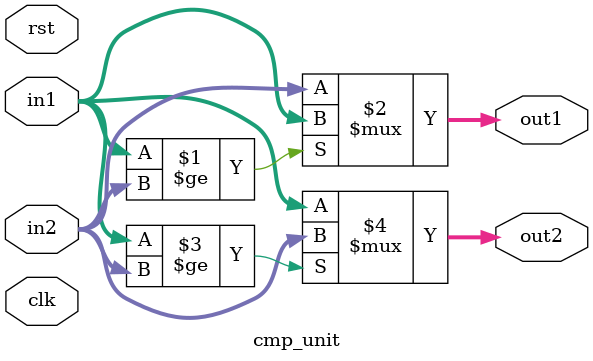
<source format=v>
`timescale 1ns / 1ps
module cmp_unit #(

		//eæflÌbititagi2bj+æfli8bjj
		parameter DATA_WIDTH = 8 


	)(
		
		input wire[DATA_WIDTH - 1:0] in1,
		input wire[DATA_WIDTH - 1:0] in2,
		
		input wire clk,
		input wire rst,
		
		output wire [DATA_WIDTH - 1:0] out1,
		output wire [DATA_WIDTH - 1:0] out2
		
	);

	assign	out1 = (in1 >= in2) ? in1 : in2;
	assign 	out2 = (in1 >= in2) ? in2 : in1;	


endmodule

</source>
